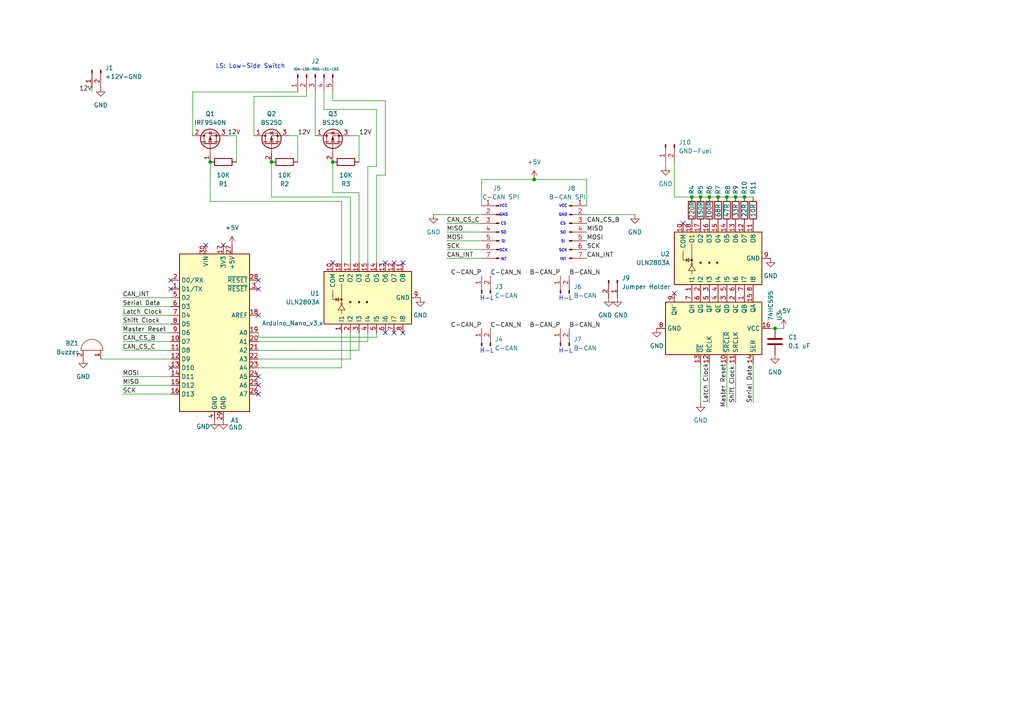
<source format=kicad_sch>
(kicad_sch (version 20250114) (generator "eeschema") (generator_version "9.0")
  (paper "A4")
  (title_block (date "2025-09-03") (rev "V3"))
  (lib_symbols
    (symbol "74xx:74HC595"
      (property "Reference" "U" (at -7.62 13.97 0))
      (property "Value" "74HC595" (at -7.62 -16.51 0))
      (symbol "74HC595_1_0"
        (pin input line (at -10.16 10.16 0) (length 2.54) (name "SER") (number "14"))
        (pin input line (at -10.16 5.08 0) (length 2.54) (name "SRCLK") (number "11"))
        (pin input line (at -10.16 2.54 0) (length 2.54) (name "~{SRCLR}") (number "10"))
        (pin input line (at -10.16 -2.54 0) (length 2.54) (name "RCLK") (number "12"))
        (pin input line (at -10.16 -5.08 0) (length 2.54) (name "~{OE}") (number "13"))
        (pin power_in line (at 0 15.24 270) (length 2.54) (name "VCC") (number "16"))
        (pin power_in line (at 0 -17.78 90) (length 2.54) (name "GND") (number "8"))
        (pin tri_state line (at 10.16 10.16 180) (length 2.54) (name "QA") (number "15"))
        (pin tri_state line (at 10.16 7.62 180) (length 2.54) (name "QB") (number "1"))
        (pin tri_state line (at 10.16 5.08 180) (length 2.54) (name "QC") (number "2"))
        (pin tri_state line (at 10.16 2.54 180) (length 2.54) (name "QD") (number "3"))
        (pin tri_state line (at 10.16 0 180) (length 2.54) (name "QE") (number "4"))
        (pin tri_state line (at 10.16 -2.54 180) (length 2.54) (name "QF") (number "5"))
        (pin tri_state line (at 10.16 -5.08 180) (length 2.54) (name "QG") (number "6"))
        (pin tri_state line (at 10.16 -7.62 180) (length 2.54) (name "QH") (number "7"))
        (pin output line (at 10.16 -12.7 180) (length 2.54) (name "QH'") (number "9"))
      )
      (symbol "74HC595_1_1"
        (rectangle (start -7.62 12.7) (end 7.62 -15.24) (stroke (width 0.254)) (fill (type background)))
      )
    )
    (symbol "Connector:Conn_01x02_Pin" (pin_names (offset 1.016) (hide yes))
      (property "Reference" "J" (at 0 2.54 0))
      (property "Value" "Conn_01x02_Pin" (at 0 -5.08 0))
      (symbol "Conn_01x02_Pin_1_1"
        (rectangle (start 0.8636 0.127) (end 0 -0.127) (stroke (width 0.1524)) (fill (type outline)))
        (rectangle (start 0.8636 -2.413) (end 0 -2.667) (stroke (width 0.1524)) (fill (type outline)))
        (polyline (pts (xy 1.27 0) (xy 0.8636 0)) (stroke (width 0.1524)))
        (polyline (pts (xy 1.27 -2.54) (xy 0.8636 -2.54)) (stroke (width 0.1524)))
        (pin passive line (at 5.08 0 180) (length 3.81) (name "Pin_1") (number "1"))
        (pin passive line (at 5.08 -2.54 180) (length 3.81) (name "Pin_2") (number "2"))
      )
    )
    (symbol "Connector:Conn_01x05_Pin" (pin_names (offset 1.016) (hide yes))
      (property "Reference" "J" (at 0 7.62 0))
      (property "Value" "Conn_01x05_Pin" (at 0 -7.62 0))
      (symbol "Conn_01x05_Pin_1_1"
        (rectangle (start 0.8636 5.207) (end 0 4.953) (stroke (width 0.1524)) (fill (type outline)))
        (rectangle (start 0.8636 2.667) (end 0 2.413) (stroke (width 0.1524)) (fill (type outline)))
        (rectangle (start 0.8636 0.127) (end 0 -0.127) (stroke (width 0.1524)) (fill (type outline)))
        (rectangle (start 0.8636 -2.413) (end 0 -2.667) (stroke (width 0.1524)) (fill (type outline)))
        (rectangle (start 0.8636 -4.953) (end 0 -5.207) (stroke (width 0.1524)) (fill (type outline)))
        (polyline (pts (xy 1.27 5.08) (xy 0.8636 5.08)) (stroke (width 0.1524)))
        (polyline (pts (xy 1.27 2.54) (xy 0.8636 2.54)) (stroke (width 0.1524)))
        (polyline (pts (xy 1.27 0) (xy 0.8636 0)) (stroke (width 0.1524)))
        (polyline (pts (xy 1.27 -2.54) (xy 0.8636 -2.54)) (stroke (width 0.1524)))
        (polyline (pts (xy 1.27 -5.08) (xy 0.8636 -5.08)) (stroke (width 0.1524)))
        (pin passive line (at 5.08 5.08 180) (length 3.81) (name "Pin_1") (number "1"))
        (pin passive line (at 5.08 2.54 180) (length 3.81) (name "Pin_2") (number "2"))
        (pin passive line (at 5.08 0 180) (length 3.81) (name "Pin_3") (number "3"))
        (pin passive line (at 5.08 -2.54 180) (length 3.81) (name "Pin_4") (number "4"))
        (pin passive line (at 5.08 -5.08 180) (length 3.81) (name "Pin_5") (number "5"))
      )
    )
    (symbol "Connector:Conn_01x07_Pin" (pin_names (offset 1.016) (hide yes))
      (property "Reference" "J" (at 0 10.16 0))
      (property "Value" "Conn_01x07_Pin" (at 0 -10.16 0))
      (symbol "Conn_01x07_Pin_1_1"
        (rectangle (start 0.8636 7.747) (end 0 7.493) (stroke (width 0.1524)) (fill (type outline)))
        (rectangle (start 0.8636 5.207) (end 0 4.953) (stroke (width 0.1524)) (fill (type outline)))
        (rectangle (start 0.8636 2.667) (end 0 2.413) (stroke (width 0.1524)) (fill (type outline)))
        (rectangle (start 0.8636 0.127) (end 0 -0.127) (stroke (width 0.1524)) (fill (type outline)))
        (rectangle (start 0.8636 -2.413) (end 0 -2.667) (stroke (width 0.1524)) (fill (type outline)))
        (rectangle (start 0.8636 -4.953) (end 0 -5.207) (stroke (width 0.1524)) (fill (type outline)))
        (rectangle (start 0.8636 -7.493) (end 0 -7.747) (stroke (width 0.1524)) (fill (type outline)))
        (polyline (pts (xy 1.27 7.62) (xy 0.8636 7.62)) (stroke (width 0.1524)))
        (polyline (pts (xy 1.27 5.08) (xy 0.8636 5.08)) (stroke (width 0.1524)))
        (polyline (pts (xy 1.27 2.54) (xy 0.8636 2.54)) (stroke (width 0.1524)))
        (polyline (pts (xy 1.27 0) (xy 0.8636 0)) (stroke (width 0.1524)))
        (polyline (pts (xy 1.27 -2.54) (xy 0.8636 -2.54)) (stroke (width 0.1524)))
        (polyline (pts (xy 1.27 -5.08) (xy 0.8636 -5.08)) (stroke (width 0.1524)))
        (polyline (pts (xy 1.27 -7.62) (xy 0.8636 -7.62)) (stroke (width 0.1524)))
        (pin passive line (at 5.08 7.62 180) (length 3.81) (name "Pin_1") (number "1"))
        (pin passive line (at 5.08 5.08 180) (length 3.81) (name "Pin_2") (number "2"))
        (pin passive line (at 5.08 2.54 180) (length 3.81) (name "Pin_3") (number "3"))
        (pin passive line (at 5.08 0 180) (length 3.81) (name "Pin_4") (number "4"))
        (pin passive line (at 5.08 -2.54 180) (length 3.81) (name "Pin_5") (number "5"))
        (pin passive line (at 5.08 -5.08 180) (length 3.81) (name "Pin_6") (number "6"))
        (pin passive line (at 5.08 -7.62 180) (length 3.81) (name "Pin_7") (number "7"))
      )
    )
    (symbol "Device:Buzzer" (pin_names (offset 0.0254) (hide yes))
      (property "Reference" "BZ" (at 3.81 1.27 0))
      (property "Value" "Buzzer" (at 3.81 -1.27 0))
      (symbol "Buzzer_0_1"
        (polyline (pts (xy -1.651 1.905) (xy -1.143 1.905)))
        (polyline (pts (xy -1.397 2.159) (xy -1.397 1.651)))
        (arc (start 0 3.175) (mid 3.1612 0) (end 0 -3.175))
        (polyline (pts (xy 0 3.175) (xy 0 -3.175)))
      )
      (symbol "Buzzer_1_1"
        (pin passive line (at -2.54 2.54 0) (length 2.54) (name "+") (number "1"))
        (pin passive line (at -2.54 -2.54 0) (length 2.54) (name "-") (number "2"))
      )
    )
    (symbol "Device:C" (pin_numbers (hide yes)) (pin_names (offset 0.254))
      (property "Reference" "C" (at 0.635 2.54 0))
      (property "Value" "C" (at 0.635 -2.54 0))
      (symbol "C_0_1"
        (polyline (pts (xy -2.032 0.762) (xy 2.032 0.762)) (stroke (width 0.508)))
        (polyline (pts (xy -2.032 -0.762) (xy 2.032 -0.762)) (stroke (width 0.508)))
      )
      (symbol "C_1_1"
        (pin passive line (at 0 3.81 270) (length 2.794) (name "~") (number "1"))
        (pin passive line (at 0 -3.81 90) (length 2.794) (name "~") (number "2"))
      )
    )
    (symbol "Device:R" (pin_numbers (hide yes)) (pin_names (offset 0))
      (property "Reference" "R" (at 2.032 0 90))
      (property "Value" "R" (at 0 0 90))
      (symbol "R_0_1"
        (rectangle (start -1.016 -2.54) (end 1.016 2.54) (stroke (width 0.254)))
      )
      (symbol "R_1_1"
        (pin passive line (at 0 3.81 270) (length 1.27) (name "~") (number "1"))
        (pin passive line (at 0 -3.81 90) (length 1.27) (name "~") (number "2"))
      )
    )
    (symbol "MCU_Module:Arduino_Nano_v3.x"
      (property "Reference" "A" (at -10.16 23.495 0))
      (property "Value" "Arduino_Nano_v3.x" (at 5.08 -24.13 0))
      (symbol "Arduino_Nano_v3.x_0_1"
        (rectangle (start -10.16 22.86) (end 10.16 -22.86) (stroke (width 0.254)) (fill (type background)))
      )
      (symbol "Arduino_Nano_v3.x_1_1"
        (pin bidirectional line (at -12.7 15.24 0) (length 2.54) (name "D0/RX") (number "2"))
        (pin bidirectional line (at -12.7 12.7 0) (length 2.54) (name "D1/TX") (number "1"))
        (pin bidirectional line (at -12.7 10.16 0) (length 2.54) (name "D2") (number "5"))
        (pin bidirectional line (at -12.7 7.62 0) (length 2.54) (name "D3") (number "6"))
        (pin bidirectional line (at -12.7 5.08 0) (length 2.54) (name "D4") (number "7"))
        (pin bidirectional line (at -12.7 2.54 0) (length 2.54) (name "D5") (number "8"))
        (pin bidirectional line (at -12.7 0 0) (length 2.54) (name "D6") (number "9"))
        (pin bidirectional line (at -12.7 -2.54 0) (length 2.54) (name "D7") (number "10"))
        (pin bidirectional line (at -12.7 -5.08 0) (length 2.54) (name "D8") (number "11"))
        (pin bidirectional line (at -12.7 -7.62 0) (length 2.54) (name "D9") (number "12"))
        (pin bidirectional line (at -12.7 -10.16 0) (length 2.54) (name "D10") (number "13"))
        (pin bidirectional line (at -12.7 -12.7 0) (length 2.54) (name "D11") (number "14"))
        (pin bidirectional line (at -12.7 -15.24 0) (length 2.54) (name "D12") (number "15"))
        (pin bidirectional line (at -12.7 -17.78 0) (length 2.54) (name "D13") (number "16"))
        (pin power_in line (at -2.54 25.4 270) (length 2.54) (name "VIN") (number "30"))
        (pin power_in line (at 0 -25.4 90) (length 2.54) (name "GND") (number "4"))
        (pin power_out line (at 2.54 25.4 270) (length 2.54) (name "3V3") (number "17"))
        (pin power_in line (at 2.54 -25.4 90) (length 2.54) (name "GND") (number "29"))
        (pin power_out line (at 5.08 25.4 270) (length 2.54) (name "+5V") (number "27"))
        (pin input line (at 12.7 15.24 180) (length 2.54) (name "~{RESET}") (number "28"))
        (pin input line (at 12.7 12.7 180) (length 2.54) (name "~{RESET}") (number "3"))
        (pin input line (at 12.7 5.08 180) (length 2.54) (name "AREF") (number "18"))
        (pin bidirectional line (at 12.7 0 180) (length 2.54) (name "A0") (number "19"))
        (pin bidirectional line (at 12.7 -2.54 180) (length 2.54) (name "A1") (number "20"))
        (pin bidirectional line (at 12.7 -5.08 180) (length 2.54) (name "A2") (number "21"))
        (pin bidirectional line (at 12.7 -7.62 180) (length 2.54) (name "A3") (number "22"))
        (pin bidirectional line (at 12.7 -10.16 180) (length 2.54) (name "A4") (number "23"))
        (pin bidirectional line (at 12.7 -12.7 180) (length 2.54) (name "A5") (number "24"))
        (pin bidirectional line (at 12.7 -15.24 180) (length 2.54) (name "A6") (number "25"))
        (pin bidirectional line (at 12.7 -17.78 180) (length 2.54) (name "A7") (number "26"))
      )
    )
    (symbol "Transistor_Array:ULN2803A"
      (property "Reference" "U" (at 0 13.335 0))
      (property "Value" "ULN2803A" (at 0 11.43 0))
      (symbol "ULN2803A_0_1"
        (rectangle (start -7.62 -15.24) (end 7.62 10.16) (stroke (width 0.254)) (fill (type background)))
        (polyline (pts (xy -4.572 5.08) (xy -3.556 5.08)))
        (polyline (pts (xy -3.556 6.096) (xy -3.556 4.064) (xy -2.032 5.08) (xy -3.556 6.096)))
        (circle (center -1.778 5.08) (radius 0.254))
        (polyline (pts (xy -1.524 5.08) (xy 4.064 5.08)))
        (circle (center -1.27 2.54) (radius 0.254) (fill (type outline)))
        (circle (center -1.27 0) (radius 0.254) (fill (type outline)))
        (circle (center -1.27 -2.286) (radius 0.254) (fill (type outline)))
        (circle (center -0.508 5.08) (radius 0.254) (fill (type outline)))
        (polyline (pts (xy -0.508 5.08) (xy -0.508 7.62) (xy 2.286 7.62)))
        (polyline (pts (xy 0 6.731) (xy -1.016 6.731)))
        (polyline (pts (xy 0 5.969) (xy -1.016 5.969) (xy -0.508 6.731) (xy 0 5.969)))
      )
      (symbol "ULN2803A_1_1"
        (pin input line (at -10.16 5.08 0) (length 2.54) (name "I1") (number "1"))
        (pin input line (at -10.16 2.54 0) (length 2.54) (name "I2") (number "2"))
        (pin input line (at -10.16 0 0) (length 2.54) (name "I3") (number "3"))
        (pin input line (at -10.16 -2.54 0) (length 2.54) (name "I4") (number "4"))
        (pin input line (at -10.16 -5.08 0) (length 2.54) (name "I5") (number "5"))
        (pin input line (at -10.16 -7.62 0) (length 2.54) (name "I6") (number "6"))
        (pin input line (at -10.16 -10.16 0) (length 2.54) (name "I7") (number "7"))
        (pin input line (at -10.16 -12.7 0) (length 2.54) (name "I8") (number "8"))
        (pin power_in line (at 0 -17.78 90) (length 2.54) (name "GND") (number "9"))
        (pin passive line (at 10.16 7.62 180) (length 2.54) (name "COM") (number "10"))
        (pin open_collector line (at 10.16 5.08 180) (length 2.54) (name "O1") (number "18"))
        (pin open_collector line (at 10.16 2.54 180) (length 2.54) (name "O2") (number "17"))
        (pin open_collector line (at 10.16 0 180) (length 2.54) (name "O3") (number "16"))
        (pin open_collector line (at 10.16 -2.54 180) (length 2.54) (name "O4") (number "15"))
        (pin open_collector line (at 10.16 -5.08 180) (length 2.54) (name "O5") (number "14"))
        (pin open_collector line (at 10.16 -7.62 180) (length 2.54) (name "O6") (number "13"))
        (pin open_collector line (at 10.16 -10.16 180) (length 2.54) (name "O7") (number "12"))
        (pin open_collector line (at 10.16 -12.7 180) (length 2.54) (name "O8") (number "11"))
      )
    )
    (symbol "Transistor_FET:BS250" (pin_names (hide yes))
      (property "Reference" "Q" (at 5.08 1.905 0))
      (property "Value" "BS250" (at 5.08 0 0))
      (symbol "BS250_0_1"
        (polyline (pts (xy 0.254 1.905) (xy 0.254 -1.905)) (stroke (width 0.254)))
        (polyline (pts (xy 0.254 0) (xy -2.54 0)))
        (polyline (pts (xy 0.762 2.286) (xy 0.762 1.27)) (stroke (width 0.254)))
        (polyline (pts (xy 0.762 1.778) (xy 3.302 1.778) (xy 3.302 -1.778) (xy 0.762 -1.778)))
        (polyline (pts (xy 0.762 0.508) (xy 0.762 -0.508)) (stroke (width 0.254)))
        (polyline (pts (xy 0.762 -1.27) (xy 0.762 -2.286)) (stroke (width 0.254)))
        (circle (center 1.651 0) (radius 2.794) (stroke (width 0.254)))
        (polyline (pts (xy 2.286 0) (xy 1.27 0.381) (xy 1.27 -0.381) (xy 2.286 0)) (fill (type outline)))
        (polyline (pts (xy 2.54 2.54) (xy 2.54 1.778)))
        (circle (center 2.54 1.778) (radius 0.254) (fill (type outline)))
        (circle (center 2.54 -1.778) (radius 0.254) (fill (type outline)))
        (polyline (pts (xy 2.54 -2.54) (xy 2.54 0) (xy 0.762 0)))
        (polyline (pts (xy 2.794 -0.508) (xy 2.921 -0.381) (xy 3.683 -0.381) (xy 3.81 -0.254)))
        (polyline (pts (xy 3.302 -0.381) (xy 2.921 0.254) (xy 3.683 0.254) (xy 3.302 -0.381)))
      )
      (symbol "BS250_1_1"
        (pin input line (at -5.08 0 0) (length 2.54) (name "G") (number "2"))
        (pin passive line (at 2.54 5.08 270) (length 2.54) (name "D") (number "1"))
        (pin passive line (at 2.54 -5.08 90) (length 2.54) (name "S") (number "3"))
      )
    )
    (symbol "Transistor_FET:IRF9540N" (pin_names (hide yes))
      (property "Reference" "Q" (at 5.08 1.905 0))
      (property "Value" "IRF9540N" (at 5.08 0 0))
      (symbol "IRF9540N_0_1"
        (polyline (pts (xy 0.254 1.905) (xy 0.254 -1.905)) (stroke (width 0.254)))
        (polyline (pts (xy 0.254 0) (xy -2.54 0)))
        (polyline (pts (xy 0.762 2.286) (xy 0.762 1.27)) (stroke (width 0.254)))
        (polyline (pts (xy 0.762 1.778) (xy 3.302 1.778) (xy 3.302 -1.778) (xy 0.762 -1.778)))
        (polyline (pts (xy 0.762 0.508) (xy 0.762 -0.508)) (stroke (width 0.254)))
        (polyline (pts (xy 0.762 -1.27) (xy 0.762 -2.286)) (stroke (width 0.254)))
        (circle (center 1.651 0) (radius 2.794) (stroke (width 0.254)))
        (polyline (pts (xy 2.286 0) (xy 1.27 0.381) (xy 1.27 -0.381) (xy 2.286 0)) (fill (type outline)))
        (polyline (pts (xy 2.54 2.54) (xy 2.54 1.778)))
        (circle (center 2.54 1.778) (radius 0.254) (fill (type outline)))
        (circle (center 2.54 -1.778) (radius 0.254) (fill (type outline)))
        (polyline (pts (xy 2.54 -2.54) (xy 2.54 0) (xy 0.762 0)))
        (polyline (pts (xy 2.794 -0.508) (xy 2.921 -0.381) (xy 3.683 -0.381) (xy 3.81 -0.254)))
        (polyline (pts (xy 3.302 -0.381) (xy 2.921 0.254) (xy 3.683 0.254) (xy 3.302 -0.381)))
      )
      (symbol "IRF9540N_1_1"
        (pin input line (at -5.08 0 0) (length 2.54) (name "G") (number "1"))
        (pin passive line (at 2.54 5.08 270) (length 2.54) (name "D") (number "2"))
        (pin passive line (at 2.54 -5.08 90) (length 2.54) (name "S") (number "3"))
      )
    )
    (symbol "power:+5V" (power) (pin_numbers (hide yes)) (pin_names (offset 0) (hide yes))
      (property "Value" "+5V" (at 0 3.556 0))
      (symbol "+5V_0_1"
        (polyline (pts (xy -0.762 1.27) (xy 0 2.54)))
        (polyline (pts (xy 0 2.54) (xy 0.762 1.27)))
        (polyline (pts (xy 0 0) (xy 0 2.54)))
      )
      (symbol "+5V_1_1"
        (pin power_in line (at 0 0 90) (length 0) (name "~") (number "1"))
      )
    )
    (symbol "power:GND" (power) (pin_numbers (hide yes)) (pin_names (offset 0) (hide yes))
      (property "Value" "GND" (at 0 -3.81 0))
      (symbol "GND_0_1"
        (polyline (pts (xy 0 0) (xy 0 -1.27) (xy 1.27 -1.27) (xy 0 -2.54) (xy -1.27 -1.27) (xy 0 -1.27)))
      )
      (symbol "GND_1_1"
        (pin power_in line (at 0 0 270) (length 0) (name "~") (number "1"))
      )
    )
  )
  (text "LS: Low-Side Switch" (at 72.644 19.304 0) (effects (font (size 1.27 1.27))))
  (text "H-L" (at 164.084 101.854 0) (effects (font (size 1.27 1.27))))
  (text "VCC\n\nGND\n\nCS\n\nSO\n\nSI\n\nSCK\n\nINT" (at 163.322 67.564 0) (effects (font (size 0.8 0.8))))
  (text "H-L" (at 141.224 101.854 0) (effects (font (size 1.27 1.27))))
  (text "VCC\n\nGND\n\nCS\n\nSO\n\nSI\n\nSCK\n\nINT" (at 146.05 67.564 0) (effects (font (size 0.8 0.8))))
  (text "H-L" (at 164.084 86.614 0) (effects (font (size 1.27 1.27))))
  (text "H-L" (at 141.224 86.614 0) (effects (font (size 1.27 1.27))))
  (junction (at 60.96 46.99))
  (junction (at 213.36 57.15))
  (junction (at 154.94 52.07))
  (junction (at 203.2 57.15))
  (junction (at 200.66 57.15))
  (junction (at 96.52 46.99))
  (junction (at 205.74 57.15))
  (junction (at 78.74 46.99))
  (junction (at 215.9 57.15))
  (junction (at 208.28 57.15))
  (junction (at 210.82 57.15))
  (junction (at 224.79 95.25))
  (no_connect (at 74.93 83.82))
  (no_connect (at 49.53 81.28))
  (no_connect (at 49.53 106.68))
  (no_connect (at 96.52 76.2))
  (no_connect (at 116.84 96.52))
  (no_connect (at 74.93 114.3))
  (no_connect (at 195.58 85.09))
  (no_connect (at 59.69 71.12))
  (no_connect (at 74.93 109.22))
  (no_connect (at 198.12 64.77))
  (no_connect (at 111.76 96.52))
  (no_connect (at 114.3 76.2))
  (no_connect (at 49.53 83.82))
  (no_connect (at 74.93 111.76))
  (no_connect (at 64.77 71.12))
  (no_connect (at 114.3 96.52))
  (no_connect (at 111.76 76.2))
  (no_connect (at 74.93 81.28))
  (no_connect (at 74.93 91.44))
  (no_connect (at 116.84 76.2))
  (wire (pts (xy 35.56 111.76) (xy 49.53 111.76)))
  (wire (pts (xy 96.52 46.99) (xy 96.52 55.88)))
  (wire (pts (xy 129.54 67.31) (xy 139.7 67.31)))
  (wire (pts (xy 213.36 57.15) (xy 215.9 57.15)))
  (wire (pts (xy 96.52 55.88) (xy 104.14 55.88)))
  (wire (pts (xy 96.52 26.67) (xy 96.52 29.21)))
  (wire (pts (xy 200.66 57.15) (xy 203.2 57.15)))
  (wire (pts (xy 224.79 95.25) (xy 223.52 95.25)))
  (wire (pts (xy 205.74 57.15) (xy 208.28 57.15)))
  (wire (pts (xy 218.44 116.84) (xy 218.44 105.41)))
  (wire (pts (xy 109.22 48.26) (xy 106.68 48.26)))
  (wire (pts (xy 106.68 99.06) (xy 106.68 96.52)))
  (wire (pts (xy 74.93 97.79) (xy 74.93 96.52)))
  (wire (pts (xy 184.15 62.23) (xy 170.18 62.23)))
  (wire (pts (xy 35.56 109.22) (xy 49.53 109.22)))
  (wire (pts (xy 74.93 106.68) (xy 99.06 106.68)))
  (wire (pts (xy 74.93 101.6) (xy 104.14 101.6)))
  (wire (pts (xy 154.94 52.07) (xy 139.7 52.07)))
  (wire (pts (xy 208.28 57.15) (xy 210.82 57.15)))
  (wire (pts (xy 129.54 69.85) (xy 139.7 69.85)))
  (wire (pts (xy 109.22 96.52) (xy 109.22 97.79)))
  (wire (pts (xy 195.58 46.99) (xy 195.58 57.15)))
  (wire (pts (xy 104.14 39.37) (xy 104.14 46.99)))
  (wire (pts (xy 210.82 118.11) (xy 210.82 105.41)))
  (wire (pts (xy 170.18 52.07) (xy 154.94 52.07)))
  (wire (pts (xy 193.04 46.99) (xy 193.04 48.26)))
  (wire (pts (xy 125.73 62.23) (xy 139.7 62.23)))
  (wire (pts (xy 104.14 55.88) (xy 104.14 76.2)))
  (wire (pts (xy 99.06 58.42) (xy 99.06 76.2)))
  (wire (pts (xy 73.66 39.37) (xy 73.66 27.94)))
  (wire (pts (xy 203.2 57.15) (xy 205.74 57.15)))
  (wire (pts (xy 35.56 88.9) (xy 49.53 88.9)))
  (wire (pts (xy 106.68 48.26) (xy 106.68 76.2)))
  (wire (pts (xy 86.36 39.37) (xy 86.36 46.99)))
  (wire (pts (xy 55.88 26.67) (xy 86.36 26.67)))
  (wire (pts (xy 129.54 72.39) (xy 139.7 72.39)))
  (wire (pts (xy 109.22 76.2) (xy 109.22 50.8)))
  (wire (pts (xy 35.56 99.06) (xy 49.53 99.06)))
  (wire (pts (xy 91.44 26.67) (xy 91.44 39.37)))
  (wire (pts (xy 29.21 104.14) (xy 49.53 104.14)))
  (wire (pts (xy 195.58 57.15) (xy 200.66 57.15)))
  (wire (pts (xy 35.56 86.36) (xy 49.53 86.36)))
  (wire (pts (xy 227.33 95.25) (xy 224.79 95.25)))
  (wire (pts (xy 78.74 46.99) (xy 78.74 57.15)))
  (wire (pts (xy 78.74 57.15) (xy 101.6 57.15)))
  (wire (pts (xy 73.66 27.94) (xy 88.9 27.94)))
  (wire (pts (xy 99.06 106.68) (xy 99.06 96.52)))
  (wire (pts (xy 129.54 74.93) (xy 139.7 74.93)))
  (wire (pts (xy 170.18 59.69) (xy 170.18 52.07)))
  (wire (pts (xy 35.56 96.52) (xy 49.53 96.52)))
  (wire (pts (xy 35.56 91.44) (xy 49.53 91.44)))
  (wire (pts (xy 215.9 57.15) (xy 218.44 57.15)))
  (wire (pts (xy 88.9 27.94) (xy 88.9 26.67)))
  (wire (pts (xy 74.93 99.06) (xy 106.68 99.06)))
  (wire (pts (xy 104.14 101.6) (xy 104.14 96.52)))
  (wire (pts (xy 35.56 93.98) (xy 49.53 93.98)))
  (wire (pts (xy 74.93 104.14) (xy 101.6 104.14)))
  (wire (pts (xy 66.04 39.37) (xy 68.58 39.37)))
  (wire (pts (xy 109.22 50.8) (xy 111.76 50.8)))
  (wire (pts (xy 83.82 39.37) (xy 86.36 39.37)))
  (wire (pts (xy 205.74 116.84) (xy 205.74 105.41)))
  (wire (pts (xy 35.56 114.3) (xy 49.53 114.3)))
  (wire (pts (xy 109.22 31.75) (xy 109.22 48.26)))
  (wire (pts (xy 60.96 46.99) (xy 60.96 58.42)))
  (wire (pts (xy 203.2 116.84) (xy 203.2 105.41)))
  (wire (pts (xy 101.6 57.15) (xy 101.6 76.2)))
  (wire (pts (xy 93.98 31.75) (xy 109.22 31.75)))
  (wire (pts (xy 109.22 97.79) (xy 74.93 97.79)))
  (wire (pts (xy 55.88 39.37) (xy 55.88 26.67)))
  (wire (pts (xy 111.76 50.8) (xy 111.76 29.21)))
  (wire (pts (xy 26.67 26.67) (xy 26.67 25.4)))
  (wire (pts (xy 60.96 58.42) (xy 99.06 58.42)))
  (wire (pts (xy 139.7 52.07) (xy 139.7 59.69)))
  (wire (pts (xy 68.58 39.37) (xy 68.58 46.99)))
  (wire (pts (xy 101.6 104.14) (xy 101.6 96.52)))
  (wire (pts (xy 111.76 29.21) (xy 96.52 29.21)))
  (wire (pts (xy 129.54 64.77) (xy 139.7 64.77)))
  (wire (pts (xy 35.56 101.6) (xy 49.53 101.6)))
  (wire (pts (xy 93.98 26.67) (xy 93.98 31.75)))
  (wire (pts (xy 213.36 105.41) (xy 213.36 116.84)))
  (wire (pts (xy 101.6 39.37) (xy 104.14 39.37)))
  (wire (pts (xy 210.82 57.15) (xy 213.36 57.15)))
  (label "12V" (at 86.36 39.37 0))
  (label "SCK" (at 170.18 72.39 0))
  (label "C-CAN_N" (at 142.24 95.25 0))
  (label "Master Reset" (at 210.82 118.11 90))
  (label "MOSI" (at 129.54 69.85 0))
  (label "12V" (at 26.67 26.67 180))
  (label "B-CAN_P" (at 162.56 95.25 180))
  (label "Serial Data" (at 35.56 88.9 0))
  (label "Latch Clock" (at 205.74 116.84 90))
  (label "C-CAN_P" (at 139.7 95.25 180))
  (label "CAN_INT" (at 129.54 74.93 0))
  (label "Shift Clock" (at 213.36 116.84 90))
  (label "MISO" (at 170.18 67.31 0))
  (label "12V" (at 66.04 39.37 0))
  (label "MISO" (at 129.54 67.31 0))
  (label "B-CAN_N" (at 165.1 95.25 0))
  (label "Serial Data" (at 218.44 116.84 90))
  (label "CAN_INT" (at 35.56 86.36 0))
  (label "MOSI" (at 170.18 69.85 0))
  (label "CAN_CS_B" (at 35.56 99.06 0))
  (label "Master Reset" (at 35.56 96.52 0))
  (label "Latch Clock" (at 35.56 91.44 0))
  (label "C-CAN_N" (at 142.24 80.01 0))
  (label "MOSI" (at 35.56 109.22 0))
  (label "SCK" (at 35.56 114.3 0))
  (label "12V" (at 104.14 39.37 0))
  (label "B-CAN_P" (at 162.56 80.01 180))
  (label "CAN_CS_B" (at 170.18 64.77 0))
  (label "MISO" (at 35.56 111.76 0))
  (label "CAN_CS_C" (at 35.56 101.6 0))
  (label "SCK" (at 129.54 72.39 0))
  (label "CAN_INT" (at 170.18 74.93 0))
  (label "CAN_CS_C" (at 129.54 64.77 0))
  (label "C-CAN_P" (at 139.7 80.01 180))
  (label "Shift Clock" (at 35.56 93.98 0))
  (label "B-CAN_N" (at 165.1 80.01 0))
  (symbol (lib_id "power:GND") (at 203.2 116.84 0) (unit 1)
    (property "Reference" "#PWR014" (effects (hide yes)))
    (property "Value" "GND" (at 203.2 121.92 0))
    (property "Description" "Power symbol creates a global label with name \"GND\" , ground" (effects (hide yes)))
  )
  (symbol (lib_id "Connector:Conn_01x07_Pin") (at 144.78 67.31 0) (mirror y) (unit 1) (in_bom no)
    (property "Reference" "J5" (at 144.145 54.61 0))
    (property "Value" "C-CAN SPI" (at 145.288 57.15 0))
    (property "Footprint" "Connector_PinSocket_2.54mm:PinSocket_1x07_P2.54mm_Vertical" (effects (hide yes)))
    (property "Description" "Generic connector, single row, 01x07, script generated" (effects (hide yes)))
  )
  (symbol (lib_id "Device:R") (at 208.28 60.96 180) (unit 1)
    (property "Reference" "R7" (at 208.28 56.388 90) (effects (justify right)))
    (property "Value" "68R" (at 208.28 62.992 90) (effects (justify right)))
    (property "Footprint" "Resistor_SMD:R_2512_6332Metric" (effects (hide yes)))
    (property "Description" "Resistor" (effects (hide yes)))
  )
  (symbol (lib_id "power:GND") (at 179.07 86.36 0) (unit 1)
    (property "Reference" "#PWR010" (effects (hide yes)))
    (property "Value" "GND" (at 180.086 91.44 0))
    (property "Description" "Power symbol creates a global label with name \"GND\" , ground" (effects (hide yes)))
  )
  (symbol (lib_id "Connector:Conn_01x02_Pin") (at 139.7 100.33 90) (unit 1) (in_bom no)
    (property "Reference" "J4" (at 143.51 98.4249 90) (effects (justify right)))
    (property "Value" "C-CAN" (at 143.51 100.9649 90) (effects (justify right)))
    (property "Footprint" "Connector_JST:JST_XH_B2B-XH-A_1x02_P2.50mm_Vertical" (effects (hide yes)))
    (property "Description" "Generic connector, single row, 01x02, script generated" (effects (hide yes)))
  )
  (symbol (lib_id "Device:Buzzer") (at 26.67 101.6 270) (mirror x) (unit 1) (in_bom no)
    (property "Reference" "BZ1" (at 22.86 99.5748 90) (effects (justify right)))
    (property "Value" "Buzzer" (at 22.86 102.1148 90) (effects (justify right)))
    (property "Footprint" "Buzzer_Beeper:Buzzer_12x9.5RM7.6" (effects (hide yes)))
    (property "Description" "Buzzer, polarized" (effects (hide yes)))
  )
  (symbol (lib_id "Connector:Conn_01x02_Pin") (at 193.04 41.91 90) (mirror x) (unit 1) (in_bom no)
    (property "Reference" "J10" (at 196.85 41.2749 90) (effects (justify right)))
    (property "Value" "GND-Fuel" (at 196.85 43.8149 90) (effects (justify right)))
    (property "Footprint" "Connector_JST:JST_XH_B2B-XH-A_1x02_P2.50mm_Vertical" (effects (hide yes)))
    (property "Description" "Generic connector, single row, 01x02, script generated" (effects (hide yes)))
  )
  (symbol (lib_id "power:+5V") (at 227.33 95.25 0) (unit 1)
    (property "Reference" "#PWR017" (effects (hide yes)))
    (property "Value" "+5V" (at 227.33 90.17 0))
    (property "Description" "Power symbol creates a global label with name \"+5V\"" (effects (hide yes)))
  )
  (symbol (lib_id "Device:R") (at 205.74 60.96 180) (unit 1)
    (property "Reference" "R6" (at 205.74 56.388 90) (effects (justify right)))
    (property "Value" "100R" (at 205.74 63.5 90) (effects (justify right)))
    (property "Footprint" "Resistor_SMD:R_2512_6332Metric" (effects (hide yes)))
    (property "Description" "Resistor" (effects (hide yes)))
  )
  (symbol (lib_id "Device:R") (at 82.55 46.99 270) (mirror x) (unit 1)
    (property "Reference" "R2" (at 82.55 53.34 90))
    (property "Value" "10K" (at 82.55 50.8 90))
    (property "Footprint" "Resistor_SMD:R_0603_1608Metric" (effects (hide yes)))
    (property "Description" "Resistor" (effects (hide yes)))
  )
  (symbol (lib_id "power:GND") (at 24.13 104.14 0) (unit 1)
    (property "Reference" "#PWR01" (effects (hide yes)))
    (property "Value" "GND" (at 24.13 109.22 0))
    (property "Description" "Power symbol creates a global label with name \"GND\" , ground" (effects (hide yes)))
  )
  (symbol (lib_id "Connector:Conn_01x02_Pin") (at 26.67 20.32 90) (mirror x) (unit 1) (in_bom no)
    (property "Reference" "J1" (at 30.48 19.6849 90) (effects (justify right)))
    (property "Value" "+12V-GND" (at 30.48 22.2249 90) (effects (justify right)))
    (property "Footprint" "Connector_JST:JST_XH_B2B-XH-A_1x02_P2.50mm_Vertical" (effects (hide yes)))
    (property "Description" "Generic connector, single row, 01x02, script generated" (effects (hide yes)))
  )
  (symbol (lib_id "power:GND") (at 64.77 121.92 0) (unit 1)
    (property "Reference" "#PWR04" (effects (hide yes)))
    (property "Value" "GND" (at 68.326 123.952 0))
    (property "Description" "Power symbol creates a global label with name \"GND\" , ground" (effects (hide yes)))
  )
  (symbol (lib_id "Device:R") (at 218.44 60.96 180) (unit 1)
    (property "Reference" "R11" (at 218.44 56.388 90) (effects (justify right)))
    (property "Value" "10R" (at 218.44 62.992 90) (effects (justify right)))
    (property "Footprint" "Resistor_SMD:R_2512_6332Metric" (effects (hide yes)))
    (property "Description" "Resistor" (effects (hide yes)))
  )
  (symbol (lib_id "power:+5V") (at 154.94 52.07 0) (unit 1)
    (property "Reference" "#PWR08" (effects (hide yes)))
    (property "Value" "+5V" (at 154.94 46.99 0))
    (property "Description" "Power symbol creates a global label with name \"+5V\"" (effects (hide yes)))
  )
  (symbol (lib_id "power:+5V") (at 67.31 71.12 0) (unit 1)
    (property "Reference" "#PWR05" (effects (hide yes)))
    (property "Value" "+5V" (at 67.31 66.04 0))
    (property "Description" "Power symbol creates a global label with name \"+5V\"" (effects (hide yes)))
  )
  (symbol (lib_id "Device:R") (at 210.82 60.96 180) (unit 1)
    (property "Reference" "R8" (at 211.074 56.388 90) (effects (justify right)))
    (property "Value" "47R" (at 210.82 62.992 90) (effects (justify right)))
    (property "Footprint" "Resistor_SMD:R_2512_6332Metric" (effects (hide yes)))
    (property "Description" "Resistor" (effects (hide yes)))
  )
  (symbol (lib_id "Transistor_FET:BS250") (at 96.52 41.91 90) (unit 1)
    (property "Reference" "Q3" (at 96.52 33.02 90))
    (property "Value" "BS250" (at 96.52 35.56 90))
    (property "Footprint" "Package_TO_SOT_THT:TO-92_Inline" (effects (hide yes)))
    (property "Datasheet" "http://www.vishay.com/docs/70209/70209.pdf" (effects (hide yes)))
    (property "Description" "-0.18A Id, -45V Vds, P-Channel MOSFET, TO-92" (effects (hide yes)))
  )
  (symbol (lib_id "Connector:Conn_01x02_Pin") (at 139.7 85.09 90) (unit 1) (in_bom no)
    (property "Reference" "J3" (at 143.51 83.1849 90) (effects (justify right)))
    (property "Value" "C-CAN" (at 143.51 85.7249 90) (effects (justify right)))
    (property "Footprint" "Connector_PinSocket_2.54mm:PinSocket_1x02_P2.54mm_Vertical" (effects (hide yes)))
    (property "Description" "Generic connector, single row, 01x02, script generated" (effects (hide yes)))
  )
  (symbol (lib_id "power:GND") (at 125.73 62.23 0) (unit 1)
    (property "Reference" "#PWR07" (effects (hide yes)))
    (property "Value" "GND" (at 125.73 67.31 0))
    (property "Description" "Power symbol creates a global label with name \"GND\" , ground" (effects (hide yes)))
  )
  (symbol (lib_id "Device:R") (at 215.9 60.96 180) (unit 1)
    (property "Reference" "R10" (at 215.9 56.388 90) (effects (justify right)))
    (property "Value" "22R" (at 215.9 62.992 90) (effects (justify right)))
    (property "Footprint" "Resistor_SMD:R_2512_6332Metric" (effects (hide yes)))
    (property "Description" "Resistor" (effects (hide yes)))
  )
  (symbol (lib_id "Device:C") (at 224.79 99.06 0) (unit 1)
    (property "Reference" "C1" (at 228.6 97.7899 0) (effects (justify left)))
    (property "Value" "0.1 uF" (at 228.6 100.3299 0) (effects (justify left)))
    (property "Footprint" "Capacitor_SMD:C_0603_1608Metric" (effects (hide yes)))
    (property "Description" "Unpolarized capacitor" (effects (hide yes)))
  )
  (symbol (lib_id "power:GND") (at 193.04 48.26 0) (unit 1)
    (property "Reference" "#PWR013" (effects (hide yes)))
    (property "Value" "GND" (at 193.04 53.34 0))
    (property "Description" "Power symbol creates a global label with name \"GND\" , ground" (effects (hide yes)))
  )
  (symbol (lib_id "Device:R") (at 100.33 46.99 270) (mirror x) (unit 1)
    (property "Reference" "R3" (at 100.33 53.34 90))
    (property "Value" "10K" (at 100.33 50.8 90))
    (property "Footprint" "Resistor_SMD:R_0603_1608Metric" (effects (hide yes)))
    (property "Description" "Resistor" (effects (hide yes)))
  )
  (symbol (lib_id "MCU_Module:Arduino_Nano_v3.x") (at 62.23 96.52 0) (unit 1) (in_bom no)
    (property "Reference" "A1" (at 66.9133 121.92 0) (effects (justify left)))
    (property "Value" "Arduino_Nano_v3.x" (at 75.946 93.726 0) (effects (justify left)))
    (property "Footprint" "Module:Arduino_Nano" (effects (hide yes)))
    (property "Datasheet" "http://www.mouser.com/pdfdocs/Gravitech_Arduino_Nano3_0.pdf" (effects (hide yes)))
    (property "Description" "Arduino Nano v3.x" (effects (hide yes)))
  )
  (symbol (lib_id "power:GND") (at 29.21 25.4 0) (unit 1)
    (property "Reference" "#PWR02" (effects (hide yes)))
    (property "Value" "GND" (at 29.21 30.48 0))
    (property "Description" "Power symbol creates a global label with name \"GND\" , ground" (effects (hide yes)))
  )
  (symbol (lib_id "power:GND") (at 184.15 62.23 0) (unit 1)
    (property "Reference" "#PWR011" (effects (hide yes)))
    (property "Value" "GND" (at 184.15 67.31 0))
    (property "Description" "Power symbol creates a global label with name \"GND\" , ground" (effects (hide yes)))
  )
  (symbol (lib_id "Device:R") (at 64.77 46.99 270) (mirror x) (unit 1)
    (property "Reference" "R1" (at 64.77 53.34 90))
    (property "Value" "10K" (at 64.77 50.8 90))
    (property "Footprint" "Resistor_SMD:R_0603_1608Metric" (effects (hide yes)))
    (property "Description" "Resistor" (effects (hide yes)))
  )
  (symbol (lib_id "Transistor_FET:BS250") (at 78.74 41.91 90) (unit 1)
    (property "Reference" "Q2" (at 78.74 33.02 90))
    (property "Value" "BS250" (at 78.74 35.56 90))
    (property "Footprint" "Package_TO_SOT_THT:TO-92_Inline" (effects (hide yes)))
    (property "Datasheet" "http://www.vishay.com/docs/70209/70209.pdf" (effects (hide yes)))
    (property "Description" "-0.18A Id, -45V Vds, P-Channel MOSFET, TO-92" (effects (hide yes)))
  )
  (symbol (lib_id "power:GND") (at 176.53 86.36 0) (unit 1)
    (property "Reference" "#PWR09" (effects (hide yes)))
    (property "Value" "GND" (at 175.514 91.44 0))
    (property "Description" "Power symbol creates a global label with name \"GND\" , ground" (effects (hide yes)))
  )
  (symbol (lib_id "Transistor_Array:ULN2803A") (at 104.14 86.36 90) (unit 1) (in_bom no)
    (property "Reference" "U1" (at 92.71 85.0899 90) (effects (justify left)))
    (property "Value" "ULN2803A" (at 92.71 87.6299 90) (effects (justify left)))
    (property "Footprint" "Package_DIP:DIP-18_W7.62mm_Socket" (effects (hide yes)))
    (property "Datasheet" "http://www.ti.com/lit/ds/symlink/uln2803a.pdf" (effects (hide yes)))
    (property "Description" "Darlington Transistor Arrays, SOIC18/DIP18" (effects (hide yes)))
  )
  (symbol (lib_id "Transistor_FET:IRF9540N") (at 60.96 41.91 90) (unit 1) (in_bom no)
    (property "Reference" "Q1" (at 60.96 33.02 90))
    (property "Value" "IRF9540N" (at 60.96 35.56 90))
    (property "Footprint" "Package_TO_SOT_THT:TO-220-3_Vertical" (effects (hide yes)))
    (property "Datasheet" "http://www.irf.com/product-info/datasheets/data/irf9540n.pdf" (effects (hide yes)))
    (property "Description" "-23A Id, -100V Vds, 117mOhm Rds, P-Channel HEXFET Power MOSFET, TO-220" (effects (hide yes)))
  )
  (symbol (lib_id "power:GND") (at 62.23 121.92 0) (unit 1)
    (property "Reference" "#PWR03" (effects (hide yes)))
    (property "Value" "GND" (at 58.928 123.698 0))
    (property "Description" "Power symbol creates a global label with name \"GND\" , ground" (effects (hide yes)))
  )
  (symbol (lib_id "Connector:Conn_01x02_Pin") (at 162.56 100.33 90) (unit 1) (in_bom no)
    (property "Reference" "J7" (at 166.37 98.4249 90) (effects (justify right)))
    (property "Value" "B-CAN" (at 166.37 100.9649 90) (effects (justify right)))
    (property "Footprint" "Connector_JST:JST_XH_B2B-XH-A_1x02_P2.50mm_Vertical" (effects (hide yes)))
    (property "Description" "Generic connector, single row, 01x02, script generated" (effects (hide yes)))
  )
  (symbol (lib_id "Transistor_Array:ULN2803A") (at 205.74 74.93 90) (unit 1) (in_bom no)
    (property "Reference" "U2" (at 194.31 73.6599 90) (effects (justify left)))
    (property "Value" "ULN2803A" (at 194.31 76.1999 90) (effects (justify left)))
    (property "Footprint" "Package_DIP:DIP-18_W7.62mm_Socket" (effects (hide yes)))
    (property "Datasheet" "http://www.ti.com/lit/ds/symlink/uln2803a.pdf" (effects (hide yes)))
    (property "Description" "Darlington Transistor Arrays, SOIC18/DIP18" (effects (hide yes)))
  )
  (symbol (lib_id "Device:R") (at 213.36 60.96 180) (unit 1)
    (property "Reference" "R9" (at 213.36 56.388 90) (effects (justify right)))
    (property "Value" "33R" (at 213.36 62.992 90) (effects (justify right)))
    (property "Footprint" "Resistor_SMD:R_2512_6332Metric" (effects (hide yes)))
    (property "Description" "Resistor" (effects (hide yes)))
  )
  (symbol (lib_id "Device:R") (at 203.2 60.96 180) (unit 1)
    (property "Reference" "R5" (at 203.2 56.388 90) (effects (justify right)))
    (property "Value" "150R" (at 203.2 63.5 90) (effects (justify right)))
    (property "Footprint" "Resistor_SMD:R_2512_6332Metric" (effects (hide yes)))
    (property "Description" "Resistor" (effects (hide yes)))
  )
  (symbol (lib_id "Device:R") (at 200.66 60.96 180) (unit 1)
    (property "Reference" "R4" (at 200.66 56.388 90) (effects (justify right)))
    (property "Value" "220R" (at 200.66 63.5 90) (effects (justify right)))
    (property "Footprint" "Resistor_SMD:R_2512_6332Metric" (effects (hide yes)))
    (property "Description" "Resistor" (effects (hide yes)))
  )
  (symbol (lib_id "Connector:Conn_01x05_Pin") (at 91.44 21.59 90) (mirror x) (unit 1)
    (property "Reference" "J2" (at 91.44 17.78 90))
    (property "Value" "IGN-LSG-RSG-LS1-LS2" (at 91.694 20.066 90) (effects (font (size 0.7 0.7))))
    (property "Footprint" "Connector_JST:JST_XH_B5B-XH-A_1x05_P2.50mm_Vertical" (effects (hide yes)))
    (property "Description" "Generic connector, single row, 01x05, script generated" (effects (hide yes)))
  )
  (symbol (lib_id "Connector:Conn_01x02_Pin") (at 179.07 81.28 270) (unit 1) (in_bom no)
    (property "Reference" "J9" (at 180.34 80.6449 90) (effects (justify left)))
    (property "Value" "Jumper Holder" (at 180.34 83.1849 90) (effects (justify left)))
    (property "Footprint" "Connector_PinHeader_2.54mm:PinHeader_1x02_P2.54mm_Vertical" (effects (hide yes)))
    (property "Description" "Generic connector, single row, 01x02, script generated" (effects (hide yes)))
  )
  (symbol (lib_id "power:GND") (at 190.5 95.25 0) (unit 1)
    (property "Reference" "#PWR012" (effects (hide yes)))
    (property "Value" "GND" (at 190.5 100.33 0))
    (property "Description" "Power symbol creates a global label with name \"GND\" , ground" (effects (hide yes)))
  )
  (symbol (lib_id "power:GND") (at 121.92 86.36 0) (unit 1)
    (property "Reference" "#PWR06" (effects (hide yes)))
    (property "Value" "GND" (at 121.92 91.44 0))
    (property "Description" "Power symbol creates a global label with name \"GND\" , ground" (effects (hide yes)))
  )
  (symbol (lib_id "power:GND") (at 223.52 74.93 0) (unit 1)
    (property "Reference" "#PWR015" (effects (hide yes)))
    (property "Value" "GND" (at 223.52 80.01 0))
    (property "Description" "Power symbol creates a global label with name \"GND\" , ground" (effects (hide yes)))
  )
  (symbol (lib_id "Connector:Conn_01x02_Pin") (at 162.56 85.09 90) (unit 1) (in_bom no)
    (property "Reference" "J6" (at 166.37 83.1849 90) (effects (justify right)))
    (property "Value" "B-CAN" (at 166.37 85.7249 90) (effects (justify right)))
    (property "Footprint" "Connector_PinSocket_2.54mm:PinSocket_1x02_P2.54mm_Vertical" (effects (hide yes)))
    (property "Description" "Generic connector, single row, 01x02, script generated" (effects (hide yes)))
  )
  (symbol (lib_id "74xx:74HC595") (at 208.28 95.25 270) (mirror x) (unit 1) (in_bom no)
    (property "Reference" "U3" (at 226.06 93.1067 0) (effects (justify left)))
    (property "Value" "74HC595" (at 223.52 93.1067 0) (effects (justify left)))
    (property "Footprint" "Package_DIP:DIP-16_W7.62mm_Socket" (effects (hide yes)))
    (property "Datasheet" "http://www.ti.com/lit/ds/symlink/sn74hc595.pdf" (effects (hide yes)))
    (property "Description" "8-bit serial in/out Shift Register 3-State Outputs" (effects (hide yes)))
  )
  (symbol (lib_id "power:GND") (at 224.79 102.87 0) (unit 1)
    (property "Reference" "#PWR016" (effects (hide yes)))
    (property "Value" "GND" (at 224.79 107.95 0))
    (property "Description" "Power symbol creates a global label with name \"GND\" , ground" (effects (hide yes)))
  )
  (symbol (lib_id "Connector:Conn_01x07_Pin") (at 165.1 67.31 0) (unit 1) (in_bom no)
    (property "Reference" "J8" (at 165.735 54.61 0))
    (property "Value" "B-CAN SPI" (at 164.592 57.15 0))
    (property "Footprint" "Connector_PinSocket_2.54mm:PinSocket_1x07_P2.54mm_Vertical" (effects (hide yes)))
    (property "Description" "Generic connector, single row, 01x07, script generated" (effects (hide yes)))
  )
)
</source>
